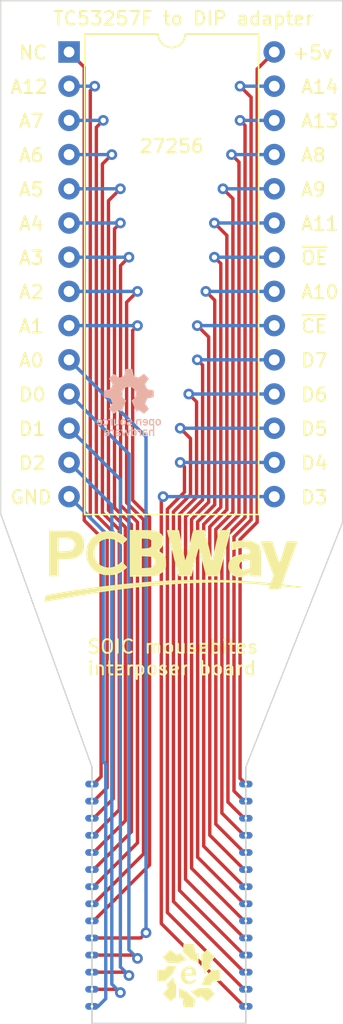
<source format=kicad_pcb>
(kicad_pcb (version 20221018) (generator pcbnew)
  (layers (0 "F.Cu" signal) (31 "B.Cu" signal) (34 "B.Paste" user) (35 "F.Paste" user) (36 "B.SilkS" user "B.Silkscreen") (37 "F.SilkS" user "F.Silkscreen") (38 "B.Mask" user) (39 "F.Mask" user) (44 "Edge.Cuts" user))
  (net 0 "")
  (net 1 "Vpp")
  (net 2 "A12")
  (net 3 "A7")
  (net 4 "A6")
  (net 5 "A5")
  (net 6 "A4")
  (net 7 "A3")
  (net 8 "A2")
  (net 9 "A1")
  (net 10 "A0")
  (net 11 "D0")
  (net 12 "D1")
  (net 13 "D2")
  (net 14 "GND")
  (net 15 "D3")
  (net 16 "D4")
  (net 17 "D5")
  (net 18 "D6")
  (net 19 "D7")
  (net 20 "{slash}CE")
  (net 21 "A10")
  (net 22 "{slash}OE")
  (net 23 "A11")
  (net 24 "A9")
  (net 25 "A8")
  (net 26 "A13")
  (net 27 "A14")
  (net 28 "+5V")
  (footprint "Package_DIP:DIP-28_W15.24mm" (layer "F.Cu") (at 132.715 46.99)
    (fp_text reference "U1" hide)
    (fp_text value "27256" (at 7.62 6.985) (layer "F.SilkS"))
    (pad "1" thru_hole rect (at 0 0) (size 1.6 1.6) (drill 0.8) (layers "*.Cu" "*.Mask") (net 1 "Vpp"))
    (pad "2" thru_hole oval (at 0 2.54) (size 1.6 1.6) (drill 0.8) (layers "*.Cu" "*.Mask") (net 2 "A12"))
    (pad "3" thru_hole oval (at 0 5.08) (size 1.6 1.6) (drill 0.8) (layers "*.Cu" "*.Mask") (net 3 "A7"))
    (pad "4" thru_hole oval (at 0 7.62) (size 1.6 1.6) (drill 0.8) (layers "*.Cu" "*.Mask") (net 4 "A6"))
    (pad "5" thru_hole oval (at 0 10.16) (size 1.6 1.6) (drill 0.8) (layers "*.Cu" "*.Mask") (net 5 "A5"))
    (pad "6" thru_hole oval (at 0 12.7) (size 1.6 1.6) (drill 0.8) (layers "*.Cu" "*.Mask") (net 6 "A4"))
    (pad "7" thru_hole oval (at 0 15.24) (size 1.6 1.6) (drill 0.8) (layers "*.Cu" "*.Mask") (net 7 "A3"))
    (pad "8" thru_hole oval (at 0 17.78) (size 1.6 1.6) (drill 0.8) (layers "*.Cu" "*.Mask") (net 8 "A2"))
    (pad "9" thru_hole oval (at 0 20.32) (size 1.6 1.6) (drill 0.8) (layers "*.Cu" "*.Mask") (net 9 "A1"))
    (pad "10" thru_hole oval (at 0 22.86) (size 1.6 1.6) (drill 0.8) (layers "*.Cu" "*.Mask") (net 10 "A0"))
    (pad "11" thru_hole oval (at 0 25.4) (size 1.6 1.6) (drill 0.8) (layers "*.Cu" "*.Mask") (net 11 "D0"))
    (pad "12" thru_hole oval (at 0 27.94) (size 1.6 1.6) (drill 0.8) (layers "*.Cu" "*.Mask") (net 12 "D1"))
    (pad "13" thru_hole oval (at 0 30.48) (size 1.6 1.6) (drill 0.8) (layers "*.Cu" "*.Mask") (net 13 "D2"))
    (pad "14" thru_hole oval (at 0 33.02) (size 1.6 1.6) (drill 0.8) (layers "*.Cu" "*.Mask") (net 14 "GND"))
    (pad "15" thru_hole oval (at 15.24 33.02) (size 1.6 1.6) (drill 0.8) (layers "*.Cu" "*.Mask") (net 15 "D3"))
    (pad "16" thru_hole oval (at 15.24 30.48) (size 1.6 1.6) (drill 0.8) (layers "*.Cu" "*.Mask") (net 16 "D4"))
    (pad "17" thru_hole oval (at 15.24 27.94) (size 1.6 1.6) (drill 0.8) (layers "*.Cu" "*.Mask") (net 17 "D5"))
    (pad "18" thru_hole oval (at 15.24 25.4) (size 1.6 1.6) (drill 0.8) (layers "*.Cu" "*.Mask") (net 18 "D6"))
    (pad "19" thru_hole oval (at 15.24 22.86) (size 1.6 1.6) (drill 0.8) (layers "*.Cu" "*.Mask") (net 19 "D7"))
    (pad "20" thru_hole oval (at 15.24 20.32) (size 1.6 1.6) (drill 0.8) (layers "*.Cu" "*.Mask") (net 20 "{slash}CE"))
    (pad "21" thru_hole oval (at 15.24 17.78) (size 1.6 1.6) (drill 0.8) (layers "*.Cu" "*.Mask") (net 21 "A10"))
    (pad "22" thru_hole oval (at 15.24 15.24) (size 1.6 1.6) (drill 0.8) (layers "*.Cu" "*.Mask") (net 22 "{slash}OE"))
    (pad "23" thru_hole oval (at 15.24 12.7) (size 1.6 1.6) (drill 0.8) (layers "*.Cu" "*.Mask") (net 23 "A11"))
    (pad "24" thru_hole oval (at 15.24 10.16) (size 1.6 1.6) (drill 0.8) (layers "*.Cu" "*.Mask") (net 24 "A9"))
    (pad "25" thru_hole oval (at 15.24 7.62) (size 1.6 1.6) (drill 0.8) (layers "*.Cu" "*.Mask") (net 25 "A8"))
    (pad "26" thru_hole oval (at 15.24 5.08) (size 1.6 1.6) (drill 0.8) (layers "*.Cu" "*.Mask") (net 26 "A13"))
    (pad "27" thru_hole oval (at 15.24 2.54) (size 1.6 1.6) (drill 0.8) (layers "*.Cu" "*.Mask") (net 27 "A14"))
    (pad "28" thru_hole oval (at 15.24 0) (size 1.6 1.6) (drill 0.8) (layers "*.Cu" "*.Mask") (net 28 "+5V"))
  )
  (footprint "Evan's parts:mousebites TC53257F" (layer "F.Cu") (at 134.415 101.355)
    (fp_text reference "U2" hide)
    (fp_text value "27256")
    (fp_line (start 0 0) (end 0 -1.27) (stroke (width 0.12)) (layer "Edge.Cuts"))
    (fp_line (start 0 17.78) (end 0 0) (stroke (width 0.12)) (layer "Edge.Cuts"))
    (fp_line (start 11.43 -1.27) (end 11.43 0) (stroke (width 0.12)) (layer "Edge.Cuts"))
    (fp_line (start 11.43 0) (end 11.43 16.51) (stroke (width 0.12)) (layer "Edge.Cuts"))
    (fp_line (start 11.43 16.51) (end 11.43 17.78) (stroke (width 0.12)) (layer "Edge.Cuts"))
    (fp_line (start 11.43 17.78) (end 0 17.78) (stroke (width 0.12)) (layer "Edge.Cuts"))
    (pad "1" thru_hole oval (at 0 0) (size 1 0.5) (drill 0.2) (layers "*.Cu" "*.Mask") (net 1 "Vpp"))
    (pad "2" thru_hole oval (at 0 1.27) (size 1 0.5) (drill 0.2) (layers "*.Cu" "*.Mask") (net 2 "A12"))
    (pad "3" thru_hole oval (at 0 2.54) (size 1 0.5) (drill 0.2) (layers "*.Cu" "*.Mask") (net 3 "A7"))
    (pad "4" thru_hole oval (at 0 3.81) (size 1 0.5) (drill 0.2) (layers "*.Cu" "*.Mask") (net 4 "A6"))
    (pad "5" thru_hole oval (at 0 5.08) (size 1 0.5) (drill 0.2) (layers "*.Cu" "*.Mask") (net 5 "A5"))
    (pad "6" thru_hole oval (at 0 6.35) (size 1 0.5) (drill 0.2) (layers "*.Cu" "*.Mask") (net 6 "A4"))
    (pad "7" thru_hole oval (at 0 7.62) (size 1 0.5) (drill 0.2) (layers "*.Cu" "*.Mask") (net 7 "A3"))
    (pad "8" thru_hole oval (at 0 8.89) (size 1 0.5) (drill 0.2) (layers "*.Cu" "*.Mask") (net 8 "A2"))
    (pad "9" thru_hole oval (at 0 10.16) (size 1 0.5) (drill 0.2) (layers "*.Cu" "*.Mask") (net 9 "A1"))
    (pad "10" thru_hole oval (at 0 11.43) (size 1 0.5) (drill 0.2) (layers "*.Cu" "*.Mask") (net 10 "A0"))
    (pad "11" thru_hole oval (at 0 12.7) (size 1 0.5) (drill 0.2) (layers "*.Cu" "*.Mask") (net 11 "D0"))
    (pad "12" thru_hole oval (at 0 13.97) (size 1 0.5) (drill 0.2) (layers "*.Cu" "*.Mask") (net 12 "D1"))
    (pad "13" thru_hole oval (at 0 15.24) (size 1 0.5) (drill 0.2) (layers "*.Cu" "*.Mask") (net 13 "D2"))
    (pad "14" thru_hole oval (at 0 16.51) (size 1 0.5) (drill 0.2) (layers "*.Cu" "*.Mask") (net 14 "GND"))
    (pad "15" thru_hole oval (at 11.43 16.51) (size 1 0.5) (drill 0.2) (layers "*.Cu" "*.Mask") (net 15 "D3"))
    (pad "16" thru_hole oval (at 11.43 15.24) (size 1 0.5) (drill 0.2) (layers "*.Cu" "*.Mask") (net 16 "D4"))
    (pad "17" thru_hole oval (at 11.43 13.97) (size 1 0.5) (drill 0.2) (layers "*.Cu" "*.Mask") (net 17 "D5"))
    (pad "18" thru_hole oval (at 11.43 12.7) (size 1 0.5) (drill 0.2) (layers "*.Cu" "*.Mask") (net 18 "D6"))
    (pad "19" thru_hole oval (at 11.43 11.43) (size 1 0.5) (drill 0.2) (layers "*.Cu" "*.Mask") (net 19 "D7"))
    (pad "20" thru_hole oval (at 11.43 10.16) (size 1 0.5) (drill 0.2) (layers "*.Cu" "*.Mask") (net 20 "{slash}CE"))
    (pad "21" thru_hole oval (at 11.43 8.89) (size 1 0.5) (drill 0.2) (layers "*.Cu" "*.Mask") (net 21 "A10"))
    (pad "22" thru_hole oval (at 11.43 7.62) (size 1 0.5) (drill 0.2) (layers "*.Cu" "*.Mask") (net 22 "{slash}OE"))
    (pad "23" thru_hole oval (at 11.43 6.35) (size 1 0.5) (drill 0.2) (layers "*.Cu" "*.Mask") (net 23 "A11"))
    (pad "24" thru_hole oval (at 11.43 5.08) (size 1 0.5) (drill 0.2) (layers "*.Cu" "*.Mask") (net 24 "A9"))
    (pad "25" thru_hole oval (at 11.43 3.81) (size 1 0.5) (drill 0.2) (layers "*.Cu" "*.Mask") (net 25 "A8"))
    (pad "26" thru_hole oval (at 11.43 2.54) (size 1 0.5) (drill 0.2) (layers "*.Cu" "*.Mask") (net 26 "A13"))
    (pad "27" thru_hole oval (at 11.43 1.27) (size 1 0.5) (drill 0.2) (layers "*.Cu" "*.Mask") (net 27 "A14"))
    (pad "28" thru_hole oval (at 11.43 0) (size 1 0.5) (drill 0.2) (layers "*.Cu" "*.Mask") (net 28 "+5V"))
  )
  (footprint "Evan's parts:pcbway logo" (layer "F.Cu") (at 140.335 85.09)
    (fp_text reference "G***" hide)
    (fp_text value "LOGO" hide)
  )
  (footprint "Evan's parts:Evan Logo" (layer "F.Cu") (at 141.605 115.57)
    (fp_text reference "G***" hide)
    (fp_text value "LOGO" hide)
  )
  (footprint "Evan's parts:OSHW gear" (layer "B.Cu") (at 137.16 73.025 180)
    (fp_text reference "G***" hide)
    (fp_text value "LOGO" hide)
  )
  (gr_line (start 127.635 43.18) (end 127.635 81.28) (stroke (width 0.1)) (layer "Edge.Cuts"))
  (gr_line (start 153.035 43.18) (end 127.635 43.18) (stroke (width 0.1)) (layer "Edge.Cuts"))
  (gr_line (start 153.035 81.915) (end 153.035 43.18) (stroke (width 0.1)) (layer "Edge.Cuts"))
  (gr_line (start 145.845 100.085) (end 153.035 81.915) (stroke (width 0.1)) (layer "Edge.Cuts"))
  (gr_line (start 127.635 81.28) (end 134.415 100.085) (stroke (width 0.1)) (layer "Edge.Cuts"))
  (gr_text "+5v" (at 149.225 47.625) (layer "F.SilkS") (effects (font (size 1 1)) (justify left bottom)))
  (gr_text "D3" (at 149.86 80.645) (layer "F.SilkS") (effects (font (size 1 1)) (justify left bottom)))
  (gr_text "A0" (at 128.905 70.485) (layer "F.SilkS") (effects (font (size 1 1)) (justify left bottom)))
  (gr_text "A4" (at 128.905 60.325) (layer "F.SilkS") (effects (font (size 1 1)) (justify left bottom)))
  (gr_text "A6" (at 128.905 55.245) (layer "F.SilkS") (effects (font (size 1 1)) (justify left bottom)))
  (gr_text "TC53257F to DIP adapter" (at 131.445 45.085) (layer "F.SilkS") (effects (font (size 1 1)) (justify left bottom)))
  (gr_text "D5" (at 149.86 75.565) (layer "F.SilkS") (effects (font (size 1 1)) (justify left bottom)))
  (gr_text "D2" (at 128.905 78.105) (layer "F.SilkS") (effects (font (size 1 1)) (justify left bottom)))
  (gr_text "A14" (at 149.86 50.165) (layer "F.SilkS") (effects (font (size 1 1)) (justify left bottom)))
  (gr_text "A9" (at 149.86 57.785) (layer "F.SilkS") (effects (font (size 1 1)) (justify left bottom)))
  (gr_text "A2" (at 128.905 65.405) (layer "F.SilkS") (effects (font (size 1 1)) (justify left bottom)))
  (gr_text "A11" (at 149.86 60.325) (layer "F.SilkS") (effects (font (size 1 1)) (justify left bottom)))
  (gr_text "A1" (at 128.905 67.945) (layer "F.SilkS") (effects (font (size 1 1)) (justify left bottom)))
  (gr_text "NC" (at 128.905 47.625) (layer "F.SilkS") (effects (font (size 1 1)) (justify left bottom)))
  (gr_text "A7" (at 128.905 52.705) (layer "F.SilkS") (effects (font (size 1 1)) (justify left bottom)))
  (gr_text "SOIC mousebites\ninterposer board" (at 133.985 93.345) (layer "F.SilkS") (effects (font (size 1 1)) (justify left bottom)))
  (gr_text "A10" (at 149.86 65.405) (layer "F.SilkS") (effects (font (size 1 1)) (justify left bottom)))
  (gr_text "D0" (at 128.905 73.025) (layer "F.SilkS") (effects (font (size 1 1)) (justify left bottom)))
  (gr_text "A3" (at 128.905 62.865) (layer "F.SilkS") (effects (font (size 1 1)) (justify left bottom)))
  (gr_text "~{CE}" (at 149.86 67.945) (layer "F.SilkS") (effects (font (size 1 1)) (justify left bottom)))
  (gr_text "~{OE}" (at 149.86 62.865) (layer "F.SilkS") (effects (font (size 1 1)) (justify left bottom)))
  (gr_text "D6" (at 149.86 73.025) (layer "F.SilkS") (effects (font (size 1 1)) (justify left bottom)))
  (gr_text "D4" (at 149.86 78.105) (layer "F.SilkS") (effects (font (size 1 1)) (justify left bottom)))
  (gr_text "GND" (at 128.27 80.645) (layer "F.SilkS") (effects (font (size 1 1)) (justify left bottom)))
  (gr_text "D7" (at 149.86 70.485) (layer "F.SilkS") (effects (font (size 1 1)) (justify left bottom)))
  (gr_text "A5" (at 128.905 57.785) (layer "F.SilkS") (effects (font (size 1 1)) (justify left bottom)))
  (gr_text "A13" (at 149.86 52.705) (layer "F.SilkS") (effects (font (size 1 1)) (justify left bottom)))
  (gr_text "A8" (at 149.86 55.245) (layer "F.SilkS") (effects (font (size 1 1)) (justify left bottom)))
  (gr_text "D1" (at 128.905 75.565) (layer "F.SilkS") (effects (font (size 1 1)) (justify left bottom)))
  (gr_text "A12" (at 128.27 50.165) (layer "F.SilkS") (effects (font (size 1 1)) (justify left bottom)))
  (segment (start 133.84 81.77) (end 133.84 48.115) (width 0.25) (layer "F.Cu") (net 1))
  (segment (start 134.54 101.355) (end 135.0925 100.8025) (width 0.25) (layer "F.Cu") (net 1))
  (segment (start 135.0925 83.0225) (end 133.84 81.77) (width 0.25) (layer "F.Cu") (net 1))
  (segment (start 135.0925 100.8025) (end 135.0925 83.0225) (width 0.25) (layer "F.Cu") (net 1))
  (segment (start 133.84 48.115) (end 132.715 46.99) (width 0.25) (layer "F.Cu") (net 1))
  (segment (start 134.29 49.86) (end 134.29 81.583604) (width 0.25) (layer "F.Cu") (net 2))
  (segment (start 134.62 49.53) (end 134.29 49.86) (width 0.25) (layer "F.Cu") (net 2))
  (segment (start 135.5425 82.836104) (end 135.5425 101.6225) (width 0.25) (layer "F.Cu") (net 2))
  (segment (start 134.29 81.583604) (end 135.5425 82.836104) (width 0.25) (layer "F.Cu") (net 2))
  (segment (start 135.5425 101.6225) (end 134.54 102.625) (width 0.25) (layer "F.Cu") (net 2))
  (via (at 134.62 49.53) (size 0.8) (drill 0.4) (layers "F.Cu" "B.Cu") (net 2))
  (segment (start 132.715 49.53) (end 134.62 49.53) (width 0.25) (layer "B.Cu") (net 2))
  (segment (start 135.255 52.07) (end 134.74 52.585) (width 0.25) (layer "F.Cu") (net 3))
  (segment (start 135.9925 82.649708) (end 135.9925 102.4425) (width 0.25) (layer "F.Cu") (net 3))
  (segment (start 134.74 81.397208) (end 135.9925 82.649708) (width 0.25) (layer "F.Cu") (net 3))
  (segment (start 134.74 52.585) (end 134.74 81.397208) (width 0.25) (layer "F.Cu") (net 3))
  (segment (start 135.9925 102.4425) (end 134.54 103.895) (width 0.25) (layer "F.Cu") (net 3))
  (via (at 135.255 52.07) (size 0.8) (drill 0.4) (layers "F.Cu" "B.Cu") (net 3))
  (segment (start 132.715 52.07) (end 135.255 52.07) (width 0.25) (layer "B.Cu") (net 3))
  (segment (start 135.89 54.61) (end 135.19 55.31) (width 0.25) (layer "F.Cu") (net 4))
  (segment (start 135.19 55.31) (end 135.19 81.210812) (width 0.25) (layer "F.Cu") (net 4))
  (segment (start 136.4425 82.463312) (end 136.4425 103.2625) (width 0.25) (layer "F.Cu") (net 4))
  (segment (start 136.4425 103.2625) (end 134.54 105.165) (width 0.25) (layer "F.Cu") (net 4))
  (segment (start 135.19 81.210812) (end 136.4425 82.463312) (width 0.25) (layer "F.Cu") (net 4))
  (via (at 135.89 54.61) (size 0.8) (drill 0.4) (layers "F.Cu" "B.Cu") (net 4))
  (segment (start 132.715 54.61) (end 135.89 54.61) (width 0.25) (layer "B.Cu") (net 4))
  (segment (start 135.64 58.035) (end 135.64 81.024416) (width 0.25) (layer "F.Cu") (net 5))
  (segment (start 135.64 81.024416) (end 136.8925 82.276916) (width 0.25) (layer "F.Cu") (net 5))
  (segment (start 136.525 57.15) (end 135.64 58.035) (width 0.25) (layer "F.Cu") (net 5))
  (segment (start 136.8925 82.276916) (end 136.8925 104.0825) (width 0.25) (layer "F.Cu") (net 5))
  (segment (start 136.8925 104.0825) (end 134.54 106.435) (width 0.25) (layer "F.Cu") (net 5))
  (via (at 136.525 57.15) (size 0.8) (drill 0.4) (layers "F.Cu" "B.Cu") (net 5))
  (segment (start 132.715 57.15) (end 136.525 57.15) (width 0.25) (layer "B.Cu") (net 5))
  (segment (start 137.3425 104.9025) (end 134.54 107.705) (width 0.25) (layer "F.Cu") (net 6))
  (segment (start 137.3425 82.09052) (end 137.3425 104.9025) (width 0.25) (layer "F.Cu") (net 6))
  (segment (start 136.525 59.69) (end 136.09 60.125) (width 0.25) (layer "F.Cu") (net 6))
  (segment (start 136.09 80.83802) (end 137.3425 82.09052) (width 0.25) (layer "F.Cu") (net 6))
  (segment (start 136.09 60.125) (end 136.09 80.83802) (width 0.25) (layer "F.Cu") (net 6))
  (via (at 136.525 59.69) (size 0.8) (drill 0.4) (layers "F.Cu" "B.Cu") (net 6))
  (segment (start 132.715 59.69) (end 136.525 59.69) (width 0.25) (layer "B.Cu") (net 6))
  (segment (start 137.7925 105.7225) (end 134.54 108.975) (width 0.25) (layer "F.Cu") (net 7))
  (segment (start 137.16 62.23) (end 136.54 62.85) (width 0.25) (layer "F.Cu") (net 7))
  (segment (start 136.54 80.651624) (end 137.7925 81.904124) (width 0.25) (layer "F.Cu") (net 7))
  (segment (start 137.7925 81.904124) (end 137.7925 105.7225) (width 0.25) (layer "F.Cu") (net 7))
  (segment (start 136.54 62.85) (end 136.54 80.651624) (width 0.25) (layer "F.Cu") (net 7))
  (via (at 137.16 62.23) (size 0.8) (drill 0.4) (layers "F.Cu" "B.Cu") (net 7))
  (segment (start 132.715 62.23) (end 137.16 62.23) (width 0.25) (layer "B.Cu") (net 7))
  (segment (start 136.99 80.465228) (end 138.2425 81.717728) (width 0.25) (layer "F.Cu") (net 8))
  (segment (start 138.2425 106.5425) (end 134.54 110.245) (width 0.25) (layer "F.Cu") (net 8))
  (segment (start 136.99 65.575) (end 136.99 80.465228) (width 0.25) (layer "F.Cu") (net 8))
  (segment (start 137.795 64.77) (end 136.99 65.575) (width 0.25) (layer "F.Cu") (net 8))
  (segment (start 138.2425 81.717728) (end 138.2425 106.5425) (width 0.25) (layer "F.Cu") (net 8))
  (via (at 137.795 64.77) (size 0.8) (drill 0.4) (layers "F.Cu" "B.Cu") (net 8))
  (segment (start 132.715 64.77) (end 137.795 64.77) (width 0.25) (layer "B.Cu") (net 8))
  (segment (start 137.44 80.278832) (end 138.6925 81.531332) (width 0.25) (layer "F.Cu") (net 9))
  (segment (start 137.44 67.665) (end 137.44 80.278832) (width 0.25) (layer "F.Cu") (net 9))
  (segment (start 137.795 67.31) (end 137.44 67.665) (width 0.25) (layer "F.Cu") (net 9))
  (segment (start 138.6925 107.3625) (end 134.54 111.515) (width 0.25) (layer "F.Cu") (net 9))
  (segment (start 138.6925 81.531332) (end 138.6925 107.3625) (width 0.25) (layer "F.Cu") (net 9))
  (via (at 137.795 67.31) (size 0.8) (drill 0.4) (layers "F.Cu" "B.Cu") (net 9))
  (segment (start 132.715 67.31) (end 137.795 67.31) (width 0.25) (layer "B.Cu") (net 9))
  (segment (start 138.43 112.395) (end 138.04 112.785) (width 0.25) (layer "F.Cu") (net 10))
  (segment (start 138.04 112.785) (end 134.54 112.785) (width 0.25) (layer "F.Cu") (net 10))
  (via (at 138.43 112.395) (size 0.8) (drill 0.4) (layers "F.Cu" "B.Cu") (net 10))
  (segment (start 132.715 69.85) (end 138.43 75.565) (width 0.25) (layer "B.Cu") (net 10))
  (segment (start 138.43 75.565) (end 138.43 112.395) (width 0.25) (layer "B.Cu") (net 10))
  (segment (start 137.55 114.055) (end 134.54 114.055) (width 0.25) (layer "F.Cu") (net 11))
  (segment (start 137.795 114.3) (end 137.55 114.055) (width 0.25) (layer "F.Cu") (net 11))
  (via (at 137.795 114.3) (size 0.8) (drill 0.4) (layers "F.Cu" "B.Cu") (net 11))
  (segment (start 137.16 76.835) (end 137.16 113.665) (width 0.25) (layer "B.Cu") (net 11))
  (segment (start 137.16 113.665) (end 137.795 114.3) (width 0.25) (layer "B.Cu") (net 11))
  (segment (start 132.715 72.39) (end 137.16 76.835) (width 0.25) (layer "B.Cu") (net 11))
  (segment (start 137.16 115.57) (end 136.915 115.325) (width 0.25) (layer "F.Cu") (net 12))
  (segment (start 136.915 115.325) (end 134.54 115.325) (width 0.25) (layer "F.Cu") (net 12))
  (via (at 137.16 115.57) (size 0.8) (drill 0.4) (layers "F.Cu" "B.Cu") (net 12))
  (segment (start 136.525 78.74) (end 132.715 74.93) (width 0.25) (layer "B.Cu") (net 12))
  (segment (start 136.525 114.935) (end 136.525 78.74) (width 0.25) (layer "B.Cu") (net 12))
  (segment (start 137.16 115.57) (end 136.525 114.935) (width 0.25) (layer "B.Cu") (net 12))
  (segment (start 136.525 116.84) (end 136.28 116.595) (width 0.25) (layer "F.Cu") (net 13))
  (segment (start 136.28 116.595) (end 134.54 116.595) (width 0.25) (layer "F.Cu") (net 13))
  (via (at 136.525 116.84) (size 0.8) (drill 0.4) (layers "F.Cu" "B.Cu") (net 13))
  (segment (start 132.715 77.47) (end 135.89 80.645) (width 0.25) (layer "B.Cu") (net 13))
  (segment (start 135.89 116.205) (end 136.525 116.84) (width 0.25) (layer "B.Cu") (net 13))
  (segment (start 135.89 80.645) (end 135.89 116.205) (width 0.25) (layer "B.Cu") (net 13))
  (segment (start 134.865 117.865) (end 135.44 117.29) (width 0.25) (layer "B.Cu") (net 14))
  (segment (start 135.44 99.88) (end 135.255 99.695) (width 0.25) (layer "B.Cu") (net 14))
  (segment (start 135.255 82.55) (end 132.715 80.01) (width 0.25) (layer "B.Cu") (net 14))
  (segment (start 135.44 117.29) (end 135.44 99.88) (width 0.25) (layer "B.Cu") (net 14))
  (segment (start 134.54 117.865) (end 134.865 117.865) (width 0.25) (layer "B.Cu") (net 14))
  (segment (start 135.255 99.695) (end 135.255 82.55) (width 0.25) (layer "B.Cu") (net 14))
  (segment (start 139.565 80.145) (end 139.565 111.71) (width 0.25) (layer "F.Cu") (net 15))
  (segment (start 139.7 80.01) (end 139.565 80.145) (width 0.25) (layer "F.Cu") (net 15))
  (segment (start 139.565 111.71) (end 145.72 117.865) (width 0.25) (layer "F.Cu") (net 15))
  (via (at 139.7 80.01) (size 0.8) (drill 0.4) (layers "F.Cu" "B.Cu") (net 15))
  (segment (start 147.955 80.01) (end 139.7 80.01) (width 0.25) (layer "B.Cu") (net 15))
  (segment (start 140.015 110.89) (end 145.72 116.595) (width 0.25) (layer "F.Cu") (net 16))
  (segment (start 141.285 77.785) (end 141.285 79.678248) (width 0.25) (layer "F.Cu") (net 16))
  (segment (start 141.285 79.678248) (end 140.015 80.948248) (width 0.25) (layer "F.Cu") (net 16))
  (segment (start 140.97 77.47) (end 141.285 77.785) (width 0.25) (layer "F.Cu") (net 16))
  (segment (start 140.015 80.948248) (end 140.015 110.89) (width 0.25) (layer "F.Cu") (net 16))
  (via (at 140.97 77.47) (size 0.8) (drill 0.4) (layers "F.Cu" "B.Cu") (net 16))
  (segment (start 147.955 77.47) (end 140.97 77.47) (width 0.25) (layer "B.Cu") (net 16))
  (segment (start 140.465 110.07) (end 145.72 115.325) (width 0.25) (layer "F.Cu") (net 17))
  (segment (start 141.735 79.864644) (end 140.465 81.134644) (width 0.25) (layer "F.Cu") (net 17))
  (segment (start 140.465 81.134644) (end 140.465 110.07) (width 0.25) (layer "F.Cu") (net 17))
  (segment (start 141.735 75.695) (end 141.735 79.864644) (width 0.25) (layer "F.Cu") (net 17))
  (segment (start 140.97 74.93) (end 141.735 75.695) (width 0.25) (layer "F.Cu") (net 17))
  (via (at 140.97 74.93) (size 0.8) (drill 0.4) (layers "F.Cu" "B.Cu") (net 17))
  (segment (start 147.955 74.93) (end 140.97 74.93) (width 0.25) (layer "B.Cu") (net 17))
  (segment (start 142.185 80.05104) (end 140.915 81.32104) (width 0.25) (layer "F.Cu") (net 18))
  (segment (start 142.185 72.97) (end 142.185 80.05104) (width 0.25) (layer "F.Cu") (net 18))
  (segment (start 140.915 109.25) (end 145.72 114.055) (width 0.25) (layer "F.Cu") (net 18))
  (segment (start 140.915 81.32104) (end 140.915 109.25) (width 0.25) (layer "F.Cu") (net 18))
  (segment (start 141.605 72.39) (end 142.185 72.97) (width 0.25) (layer "F.Cu") (net 18))
  (via (at 141.605 72.39) (size 0.8) (drill 0.4) (layers "F.Cu" "B.Cu") (net 18))
  (segment (start 147.955 72.39) (end 141.605 72.39) (width 0.25) (layer "B.Cu") (net 18))
  (segment (start 142.635 70.245) (end 142.635 80.237436) (width 0.25) (layer "F.Cu") (net 19))
  (segment (start 141.365 81.507436) (end 141.365 108.43) (width 0.25) (layer "F.Cu") (net 19))
  (segment (start 141.365 108.43) (end 145.72 112.785) (width 0.25) (layer "F.Cu") (net 19))
  (segment (start 142.635 80.237436) (end 141.365 81.507436) (width 0.25) (layer "F.Cu") (net 19))
  (segment (start 142.24 69.85) (end 142.635 70.245) (width 0.25) (layer "F.Cu") (net 19))
  (via (at 142.24 69.85) (size 0.8) (drill 0.4) (layers "F.Cu" "B.Cu") (net 19))
  (segment (start 147.955 69.85) (end 142.24 69.85) (width 0.25) (layer "B.Cu") (net 19))
  (segment (start 143.085 68.155) (end 143.085 80.423832) (width 0.25) (layer "F.Cu") (net 20))
  (segment (start 143.085 80.423832) (end 141.815 81.693832) (width 0.25) (layer "F.Cu") (net 20))
  (segment (start 141.815 81.693832) (end 141.815 107.61) (width 0.25) (layer "F.Cu") (net 20))
  (segment (start 141.815 107.61) (end 145.72 111.515) (width 0.25) (layer "F.Cu") (net 20))
  (segment (start 142.24 67.31) (end 143.085 68.155) (width 0.25) (layer "F.Cu") (net 20))
  (via (at 142.24 67.31) (size 0.8) (drill 0.4) (layers "F.Cu" "B.Cu") (net 20))
  (segment (start 147.955 67.31) (end 142.24 67.31) (width 0.25) (layer "B.Cu") (net 20))
  (segment (start 142.265 106.79) (end 145.72 110.245) (width 0.25) (layer "F.Cu") (net 21))
  (segment (start 142.265 81.880228) (end 142.265 106.79) (width 0.25) (layer "F.Cu") (net 21))
  (segment (start 143.535 65.43) (end 143.535 80.610228) (width 0.25) (layer "F.Cu") (net 21))
  (segment (start 143.535 80.610228) (end 142.265 81.880228) (width 0.25) (layer "F.Cu") (net 21))
  (segment (start 142.875 64.77) (end 143.535 65.43) (width 0.25) (layer "F.Cu") (net 21))
  (via (at 142.875 64.77) (size 0.8) (drill 0.4) (layers "F.Cu" "B.Cu") (net 21))
  (segment (start 147.955 64.77) (end 142.875 64.77) (width 0.25) (layer "B.Cu") (net 21))
  (segment (start 143.51 62.23) (end 143.985 62.705) (width 0.25) (layer "F.Cu") (net 22))
  (segment (start 142.715 105.97) (end 145.72 108.975) (width 0.25) (layer "F.Cu") (net 22))
  (segment (start 142.715 82.066624) (end 142.715 105.97) (width 0.25) (layer "F.Cu") (net 22))
  (segment (start 143.985 62.705) (end 143.985 80.796624) (width 0.25) (layer "F.Cu") (net 22))
  (segment (start 143.985 80.796624) (end 142.715 82.066624) (width 0.25) (layer "F.Cu") (net 22))
  (via (at 143.51 62.23) (size 0.8) (drill 0.4) (layers "F.Cu" "B.Cu") (net 22))
  (segment (start 147.955 62.23) (end 143.51 62.23) (width 0.25) (layer "B.Cu") (net 22))
  (segment (start 143.165 105.15) (end 145.72 107.705) (width 0.25) (layer "F.Cu") (net 23))
  (segment (start 144.435 80.98302) (end 143.165 82.25302) (width 0.25) (layer "F.Cu") (net 23))
  (segment (start 144.435 60.615) (end 144.435 80.98302) (width 0.25) (layer "F.Cu") (net 23))
  (segment (start 143.165 82.25302) (end 143.165 105.15) (width 0.25) (layer "F.Cu") (net 23))
  (segment (start 143.51 59.69) (end 144.435 60.615) (width 0.25) (layer "F.Cu") (net 23))
  (via (at 143.51 59.69) (size 0.8) (drill 0.4) (layers "F.Cu" "B.Cu") (net 23))
  (segment (start 147.955 59.69) (end 143.51 59.69) (width 0.25) (layer "B.Cu") (net 23))
  (segment (start 143.615 82.439416) (end 143.615 104.33) (width 0.25) (layer "F.Cu") (net 24))
  (segment (start 144.145 57.15) (end 144.885 57.89) (width 0.25) (layer "F.Cu") (net 24))
  (segment (start 143.615 104.33) (end 145.72 106.435) (width 0.25) (layer "F.Cu") (net 24))
  (segment (start 144.885 57.89) (end 144.885 81.169416) (width 0.25) (layer "F.Cu") (net 24))
  (segment (start 144.885 81.169416) (end 143.615 82.439416) (width 0.25) (layer "F.Cu") (net 24))
  (via (at 144.145 57.15) (size 0.8) (drill 0.4) (layers "F.Cu" "B.Cu") (net 24))
  (segment (start 147.955 57.15) (end 144.145 57.15) (width 0.25) (layer "B.Cu") (net 24))
  (segment (start 145.335 81.355812) (end 144.065 82.625812) (width 0.25) (layer "F.Cu") (net 25))
  (segment (start 144.78 54.61) (end 145.335 55.165) (width 0.25) (layer "F.Cu") (net 25))
  (segment (start 144.065 103.51) (end 145.72 105.165) (width 0.25) (layer "F.Cu") (net 25))
  (segment (start 145.335 55.165) (end 145.335 81.355812) (width 0.25) (layer "F.Cu") (net 25))
  (segment (start 144.065 82.625812) (end 144.065 103.51) (width 0.25) (layer "F.Cu") (net 25))
  (via (at 144.78 54.61) (size 0.8) (drill 0.4) (layers "F.Cu" "B.Cu") (net 25))
  (segment (start 147.955 54.61) (end 144.78 54.61) (width 0.25) (layer "B.Cu") (net 25))
  (segment (start 145.785 81.542208) (end 144.515 82.812208) (width 0.25) (layer "F.Cu") (net 26))
  (segment (start 144.515 102.69) (end 145.72 103.895) (width 0.25) (layer "F.Cu") (net 26))
  (segment (start 145.415 52.07) (end 145.785 52.44) (width 0.25) (layer "F.Cu") (net 26))
  (segment (start 145.785 52.44) (end 145.785 81.542208) (width 0.25) (layer "F.Cu") (net 26))
  (segment (start 144.515 82.812208) (end 144.515 102.69) (width 0.25) (layer "F.Cu") (net 26))
  (via (at 145.415 52.07) (size 0.8) (drill 0.4) (layers "F.Cu" "B.Cu") (net 26))
  (segment (start 147.955 52.07) (end 145.415 52.07) (width 0.25) (layer "B.Cu") (net 26))
  (segment (start 146.235 50.35) (end 146.235 81.728604) (width 0.25) (layer "F.Cu") (net 27))
  (segment (start 146.235 81.728604) (end 144.965 82.998604) (width 0.25) (layer "F.Cu") (net 27))
  (segment (start 145.415 49.53) (end 146.235 50.35) (width 0.25) (layer "F.Cu") (net 27))
  (segment (start 144.965 82.998604) (end 144.965 101.87) (width 0.25) (layer "F.Cu") (net 27))
  (segment (start 144.965 101.87) (end 145.72 102.625) (width 0.25) (layer "F.Cu") (net 27))
  (via (at 145.415 49.53) (size 0.8) (drill 0.4) (layers "F.Cu" "B.Cu") (net 27))
  (segment (start 147.955 49.53) (end 145.415 49.53) (width 0.25) (layer "B.Cu") (net 27))
  (segment (start 145.72 101.23) (end 145.72 101.355) (width 0.25) (layer "F.Cu") (net 28))
  (segment (start 145.415 100.925) (end 145.72 101.23) (width 0.25) (layer "F.Cu") (net 28))
  (segment (start 146.685 81.915) (end 145.415 83.185) (width 0.25) (layer "F.Cu") (net 28))
  (segment (start 146.685 48.26) (end 146.685 81.915) (width 0.25) (layer "F.Cu") (net 28))
  (segment (start 147.955 46.99) (end 146.685 48.26) (width 0.25) (layer "F.Cu") (net 28))
  (segment (start 145.415 83.185) (end 145.415 100.925) (width 0.25) (layer "F.Cu") (net 28))
)
</source>
